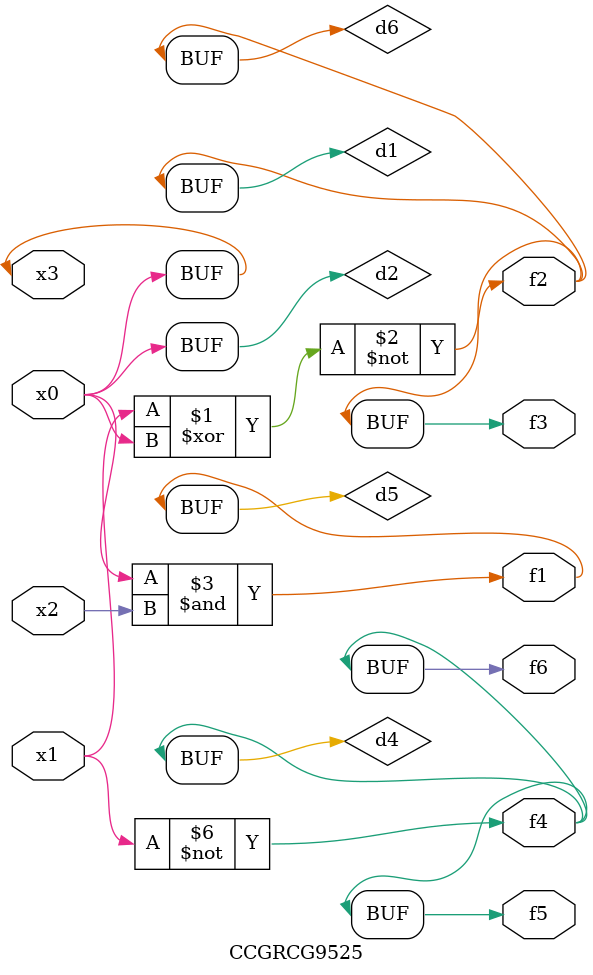
<source format=v>
module CCGRCG9525(
	input x0, x1, x2, x3,
	output f1, f2, f3, f4, f5, f6
);

	wire d1, d2, d3, d4, d5, d6;

	xnor (d1, x1, x3);
	buf (d2, x0, x3);
	nand (d3, x0, x2);
	not (d4, x1);
	nand (d5, d3);
	or (d6, d1);
	assign f1 = d5;
	assign f2 = d6;
	assign f3 = d6;
	assign f4 = d4;
	assign f5 = d4;
	assign f6 = d4;
endmodule

</source>
